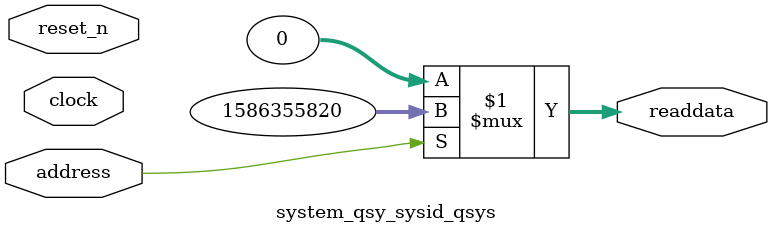
<source format=v>

`timescale 1ns / 1ps
// synthesis translate_on

// turn off superfluous verilog processor warnings 
// altera message_level Level1 
// altera message_off 10034 10035 10036 10037 10230 10240 10030 

module system_qsy_sysid_qsys (
               // inputs:
                address,
                clock,
                reset_n,

               // outputs:
                readdata
             )
;

  output  [ 31: 0] readdata;
  input            address;
  input            clock;
  input            reset_n;

  wire    [ 31: 0] readdata;
  //control_slave, which is an e_avalon_slave
  assign readdata = address ? 1586355820 : 0;

endmodule




</source>
